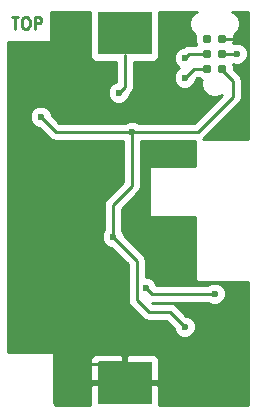
<source format=gtl>
G04 #@! TF.FileFunction,Copper,L1,Top,Signal*
%FSLAX46Y46*%
G04 Gerber Fmt 4.6, Leading zero omitted, Abs format (unit mm)*
G04 Created by KiCad (PCBNEW 4.0.7-e2-6376~61~ubuntu18.04.1) date Mon Jun  4 01:42:22 2018*
%MOMM*%
%LPD*%
G01*
G04 APERTURE LIST*
%ADD10C,0.100000*%
%ADD11C,0.250000*%
%ADD12R,4.600000X3.600000*%
%ADD13C,0.784860*%
%ADD14C,0.600000*%
%ADD15C,0.254000*%
G04 APERTURE END LIST*
D10*
D11*
X99655476Y-98512381D02*
X100226905Y-98512381D01*
X99941190Y-99512381D02*
X99941190Y-98512381D01*
X100750714Y-98512381D02*
X100941191Y-98512381D01*
X101036429Y-98560000D01*
X101131667Y-98655238D01*
X101179286Y-98845714D01*
X101179286Y-99179048D01*
X101131667Y-99369524D01*
X101036429Y-99464762D01*
X100941191Y-99512381D01*
X100750714Y-99512381D01*
X100655476Y-99464762D01*
X100560238Y-99369524D01*
X100512619Y-99179048D01*
X100512619Y-98845714D01*
X100560238Y-98655238D01*
X100655476Y-98560000D01*
X100750714Y-98512381D01*
X101607857Y-99512381D02*
X101607857Y-98512381D01*
X101988810Y-98512381D01*
X102084048Y-98560000D01*
X102131667Y-98607619D01*
X102179286Y-98702857D01*
X102179286Y-98845714D01*
X102131667Y-98940952D01*
X102084048Y-98988571D01*
X101988810Y-99036190D01*
X101607857Y-99036190D01*
D12*
X109220000Y-129481000D03*
X109220000Y-99881000D03*
D13*
X117475000Y-102870000D03*
X116205000Y-102870000D03*
X117475000Y-101600000D03*
X116205000Y-101600000D03*
X117475000Y-100330000D03*
X116205000Y-100330000D03*
D14*
X119253000Y-100457000D03*
X106807000Y-115824000D03*
X101727000Y-122235000D03*
X101346000Y-113792000D03*
X105029000Y-127889000D03*
X108712000Y-104902000D03*
X114300000Y-124714000D03*
X108204000Y-117094000D03*
X109855000Y-108204000D03*
X102108000Y-106934000D03*
X114300000Y-103632000D03*
X114300000Y-101981000D03*
X118745000Y-101600000D03*
X110998000Y-121412000D03*
X116840000Y-121920000D03*
D11*
X119126000Y-100330000D02*
X117475000Y-100330000D01*
X119253000Y-100457000D02*
X119126000Y-100330000D01*
X106680000Y-115951000D02*
X106680000Y-117602000D01*
X106807000Y-115824000D02*
X106680000Y-115951000D01*
X101346000Y-117729000D02*
X106807000Y-117729000D01*
X109220000Y-120142000D02*
X109220000Y-127681000D01*
X106807000Y-117729000D02*
X109220000Y-120142000D01*
X101346000Y-121854000D02*
X101346000Y-117729000D01*
X101346000Y-117729000D02*
X101346000Y-113792000D01*
X101727000Y-122235000D02*
X101346000Y-121854000D01*
X107142000Y-127681000D02*
X109220000Y-127681000D01*
X106426000Y-127889000D02*
X106934000Y-127889000D01*
X105029000Y-127889000D02*
X106426000Y-127889000D01*
X106934000Y-127889000D02*
X107142000Y-127681000D01*
X109220000Y-103886000D02*
X109220000Y-104394000D01*
X109220000Y-103886000D02*
X109220000Y-101681000D01*
X109220000Y-104394000D02*
X108712000Y-104902000D01*
X117475000Y-102870000D02*
X117475000Y-102997000D01*
X117475000Y-102997000D02*
X118364000Y-103886000D01*
X118364000Y-103886000D02*
X118364000Y-105283000D01*
X118364000Y-105283000D02*
X115443000Y-108204000D01*
X115443000Y-108204000D02*
X109855000Y-108204000D01*
X110236000Y-119126000D02*
X108204000Y-117094000D01*
X110236000Y-122428000D02*
X110236000Y-119126000D01*
X111252000Y-123444000D02*
X110236000Y-122428000D01*
X113030000Y-123444000D02*
X111252000Y-123444000D01*
X114300000Y-124714000D02*
X113030000Y-123444000D01*
X109855000Y-108204000D02*
X109855000Y-112776000D01*
X108204000Y-114427000D02*
X109855000Y-112776000D01*
X108204000Y-114427000D02*
X108204000Y-117094000D01*
X103378000Y-108204000D02*
X109855000Y-108204000D01*
X102108000Y-106934000D02*
X103378000Y-108204000D01*
X115062000Y-102870000D02*
X116205000Y-102870000D01*
X114300000Y-103632000D02*
X115062000Y-102870000D01*
X114681000Y-101600000D02*
X116205000Y-101600000D01*
X114300000Y-101981000D02*
X114681000Y-101600000D01*
X118745000Y-101600000D02*
X117475000Y-101600000D01*
X111506000Y-121920000D02*
X110998000Y-121412000D01*
X116840000Y-121920000D02*
X111506000Y-121920000D01*
D15*
G36*
X106272560Y-98081000D02*
X106272560Y-101681000D01*
X106316838Y-101916317D01*
X106455910Y-102132441D01*
X106668110Y-102277431D01*
X106920000Y-102328440D01*
X108460000Y-102328440D01*
X108460000Y-103994453D01*
X108183057Y-104108883D01*
X107919808Y-104371673D01*
X107777162Y-104715201D01*
X107776838Y-105087167D01*
X107918883Y-105430943D01*
X108181673Y-105694192D01*
X108525201Y-105836838D01*
X108897167Y-105837162D01*
X109240943Y-105695117D01*
X109504192Y-105432327D01*
X109646838Y-105088799D01*
X109646879Y-105041923D01*
X109757401Y-104931401D01*
X109859426Y-104778709D01*
X109922148Y-104684839D01*
X109980000Y-104394000D01*
X109980000Y-102328440D01*
X111520000Y-102328440D01*
X111755317Y-102284162D01*
X111971441Y-102145090D01*
X112116431Y-101932890D01*
X112167440Y-101681000D01*
X112167440Y-98081000D01*
X112160478Y-98044000D01*
X115329706Y-98044000D01*
X115186010Y-98103374D01*
X114868489Y-98420341D01*
X114696436Y-98834691D01*
X114696045Y-99283341D01*
X114867374Y-99697990D01*
X115184341Y-100015511D01*
X115217402Y-100029239D01*
X115177748Y-100124735D01*
X115177392Y-100533472D01*
X115304047Y-100840000D01*
X114681000Y-100840000D01*
X114390160Y-100897852D01*
X114168613Y-101045885D01*
X114114833Y-101045838D01*
X113771057Y-101187883D01*
X113507808Y-101450673D01*
X113365162Y-101794201D01*
X113364838Y-102166167D01*
X113506883Y-102509943D01*
X113769673Y-102773192D01*
X113849659Y-102806405D01*
X113771057Y-102838883D01*
X113507808Y-103101673D01*
X113365162Y-103445201D01*
X113364838Y-103817167D01*
X113506883Y-104160943D01*
X113769673Y-104424192D01*
X114113201Y-104566838D01*
X114485167Y-104567162D01*
X114828943Y-104425117D01*
X115092192Y-104162327D01*
X115234838Y-103818799D01*
X115234879Y-103771923D01*
X115376802Y-103630000D01*
X115511936Y-103630000D01*
X115622248Y-103740505D01*
X115759691Y-103797576D01*
X115711166Y-103914437D01*
X115710774Y-104363593D01*
X115882297Y-104778709D01*
X116199621Y-105096587D01*
X116614437Y-105268834D01*
X117063593Y-105269226D01*
X117471528Y-105100670D01*
X115128198Y-107444000D01*
X110417463Y-107444000D01*
X110385327Y-107411808D01*
X110041799Y-107269162D01*
X109669833Y-107268838D01*
X109326057Y-107410883D01*
X109292882Y-107444000D01*
X103692802Y-107444000D01*
X103043122Y-106794320D01*
X103043162Y-106748833D01*
X102901117Y-106405057D01*
X102638327Y-106141808D01*
X102294799Y-105999162D01*
X101922833Y-105998838D01*
X101579057Y-106140883D01*
X101315808Y-106403673D01*
X101173162Y-106747201D01*
X101172838Y-107119167D01*
X101314883Y-107462943D01*
X101577673Y-107726192D01*
X101921201Y-107868838D01*
X101968077Y-107868879D01*
X102840599Y-108741401D01*
X103087160Y-108906148D01*
X103378000Y-108964000D01*
X109095000Y-108964000D01*
X109095000Y-112461198D01*
X107666599Y-113889599D01*
X107501852Y-114136161D01*
X107444000Y-114427000D01*
X107444000Y-116531537D01*
X107411808Y-116563673D01*
X107269162Y-116907201D01*
X107268838Y-117279167D01*
X107410883Y-117622943D01*
X107673673Y-117886192D01*
X108017201Y-118028838D01*
X108064077Y-118028879D01*
X109476000Y-119440802D01*
X109476000Y-122428000D01*
X109533852Y-122718839D01*
X109698599Y-122965401D01*
X110714599Y-123981401D01*
X110961161Y-124146148D01*
X111252000Y-124204000D01*
X112715198Y-124204000D01*
X113364878Y-124853680D01*
X113364838Y-124899167D01*
X113506883Y-125242943D01*
X113769673Y-125506192D01*
X114113201Y-125648838D01*
X114485167Y-125649162D01*
X114828943Y-125507117D01*
X115092192Y-125244327D01*
X115234838Y-124900799D01*
X115235162Y-124528833D01*
X115093117Y-124185057D01*
X114830327Y-123921808D01*
X114486799Y-123779162D01*
X114439923Y-123779121D01*
X113567401Y-122906599D01*
X113320839Y-122741852D01*
X113030000Y-122684000D01*
X111566802Y-122684000D01*
X111562802Y-122680000D01*
X116277537Y-122680000D01*
X116309673Y-122712192D01*
X116653201Y-122854838D01*
X117025167Y-122855162D01*
X117368943Y-122713117D01*
X117632192Y-122450327D01*
X117774838Y-122106799D01*
X117775162Y-121734833D01*
X117633117Y-121391057D01*
X117370327Y-121127808D01*
X117026799Y-120985162D01*
X116654833Y-120984838D01*
X116311057Y-121126883D01*
X116277882Y-121160000D01*
X111905547Y-121160000D01*
X111791117Y-120883057D01*
X111528327Y-120619808D01*
X111184799Y-120477162D01*
X110996000Y-120476998D01*
X110996000Y-119126000D01*
X110938148Y-118835161D01*
X110773401Y-118588599D01*
X109139122Y-116954320D01*
X109139162Y-116908833D01*
X108997117Y-116565057D01*
X108964000Y-116531882D01*
X108964000Y-114741802D01*
X110392401Y-113313401D01*
X110557148Y-113066839D01*
X110615000Y-112776000D01*
X110615000Y-108964000D01*
X115189405Y-108964000D01*
X115189000Y-108966000D01*
X115189000Y-111125000D01*
X111379000Y-111125000D01*
X111332841Y-111133685D01*
X111290447Y-111160965D01*
X111262006Y-111202590D01*
X111252000Y-111252000D01*
X111252000Y-115316000D01*
X111260685Y-115362159D01*
X111287965Y-115404553D01*
X111329590Y-115432994D01*
X111379000Y-115443000D01*
X115189000Y-115443000D01*
X115189000Y-120777000D01*
X115197685Y-120823159D01*
X115224965Y-120865553D01*
X115266590Y-120893994D01*
X115316000Y-120904000D01*
X119686000Y-120904000D01*
X119686000Y-131318000D01*
X112155000Y-131318000D01*
X112155000Y-129766750D01*
X111996250Y-129608000D01*
X109347000Y-129608000D01*
X109347000Y-129628000D01*
X109093000Y-129628000D01*
X109093000Y-129608000D01*
X106443750Y-129608000D01*
X106285000Y-129766750D01*
X106285000Y-131318000D01*
X103315339Y-131318000D01*
X103251000Y-130994548D01*
X103251000Y-127554691D01*
X106285000Y-127554691D01*
X106285000Y-129195250D01*
X106443750Y-129354000D01*
X109093000Y-129354000D01*
X109093000Y-127204750D01*
X109347000Y-127204750D01*
X109347000Y-129354000D01*
X111996250Y-129354000D01*
X112155000Y-129195250D01*
X112155000Y-127554691D01*
X112058327Y-127321302D01*
X111879699Y-127142673D01*
X111646310Y-127046000D01*
X109505750Y-127046000D01*
X109347000Y-127204750D01*
X109093000Y-127204750D01*
X108934250Y-127046000D01*
X106793690Y-127046000D01*
X106560301Y-127142673D01*
X106381673Y-127321302D01*
X106285000Y-127554691D01*
X103251000Y-127554691D01*
X103251000Y-127000000D01*
X103240994Y-126950590D01*
X103212553Y-126908965D01*
X103170159Y-126881685D01*
X103124000Y-126873000D01*
X99314000Y-126873000D01*
X99314000Y-100620000D01*
X103004762Y-100620000D01*
X103004762Y-98044000D01*
X106280053Y-98044000D01*
X106272560Y-98081000D01*
X106272560Y-98081000D01*
G37*
X106272560Y-98081000D02*
X106272560Y-101681000D01*
X106316838Y-101916317D01*
X106455910Y-102132441D01*
X106668110Y-102277431D01*
X106920000Y-102328440D01*
X108460000Y-102328440D01*
X108460000Y-103994453D01*
X108183057Y-104108883D01*
X107919808Y-104371673D01*
X107777162Y-104715201D01*
X107776838Y-105087167D01*
X107918883Y-105430943D01*
X108181673Y-105694192D01*
X108525201Y-105836838D01*
X108897167Y-105837162D01*
X109240943Y-105695117D01*
X109504192Y-105432327D01*
X109646838Y-105088799D01*
X109646879Y-105041923D01*
X109757401Y-104931401D01*
X109859426Y-104778709D01*
X109922148Y-104684839D01*
X109980000Y-104394000D01*
X109980000Y-102328440D01*
X111520000Y-102328440D01*
X111755317Y-102284162D01*
X111971441Y-102145090D01*
X112116431Y-101932890D01*
X112167440Y-101681000D01*
X112167440Y-98081000D01*
X112160478Y-98044000D01*
X115329706Y-98044000D01*
X115186010Y-98103374D01*
X114868489Y-98420341D01*
X114696436Y-98834691D01*
X114696045Y-99283341D01*
X114867374Y-99697990D01*
X115184341Y-100015511D01*
X115217402Y-100029239D01*
X115177748Y-100124735D01*
X115177392Y-100533472D01*
X115304047Y-100840000D01*
X114681000Y-100840000D01*
X114390160Y-100897852D01*
X114168613Y-101045885D01*
X114114833Y-101045838D01*
X113771057Y-101187883D01*
X113507808Y-101450673D01*
X113365162Y-101794201D01*
X113364838Y-102166167D01*
X113506883Y-102509943D01*
X113769673Y-102773192D01*
X113849659Y-102806405D01*
X113771057Y-102838883D01*
X113507808Y-103101673D01*
X113365162Y-103445201D01*
X113364838Y-103817167D01*
X113506883Y-104160943D01*
X113769673Y-104424192D01*
X114113201Y-104566838D01*
X114485167Y-104567162D01*
X114828943Y-104425117D01*
X115092192Y-104162327D01*
X115234838Y-103818799D01*
X115234879Y-103771923D01*
X115376802Y-103630000D01*
X115511936Y-103630000D01*
X115622248Y-103740505D01*
X115759691Y-103797576D01*
X115711166Y-103914437D01*
X115710774Y-104363593D01*
X115882297Y-104778709D01*
X116199621Y-105096587D01*
X116614437Y-105268834D01*
X117063593Y-105269226D01*
X117471528Y-105100670D01*
X115128198Y-107444000D01*
X110417463Y-107444000D01*
X110385327Y-107411808D01*
X110041799Y-107269162D01*
X109669833Y-107268838D01*
X109326057Y-107410883D01*
X109292882Y-107444000D01*
X103692802Y-107444000D01*
X103043122Y-106794320D01*
X103043162Y-106748833D01*
X102901117Y-106405057D01*
X102638327Y-106141808D01*
X102294799Y-105999162D01*
X101922833Y-105998838D01*
X101579057Y-106140883D01*
X101315808Y-106403673D01*
X101173162Y-106747201D01*
X101172838Y-107119167D01*
X101314883Y-107462943D01*
X101577673Y-107726192D01*
X101921201Y-107868838D01*
X101968077Y-107868879D01*
X102840599Y-108741401D01*
X103087160Y-108906148D01*
X103378000Y-108964000D01*
X109095000Y-108964000D01*
X109095000Y-112461198D01*
X107666599Y-113889599D01*
X107501852Y-114136161D01*
X107444000Y-114427000D01*
X107444000Y-116531537D01*
X107411808Y-116563673D01*
X107269162Y-116907201D01*
X107268838Y-117279167D01*
X107410883Y-117622943D01*
X107673673Y-117886192D01*
X108017201Y-118028838D01*
X108064077Y-118028879D01*
X109476000Y-119440802D01*
X109476000Y-122428000D01*
X109533852Y-122718839D01*
X109698599Y-122965401D01*
X110714599Y-123981401D01*
X110961161Y-124146148D01*
X111252000Y-124204000D01*
X112715198Y-124204000D01*
X113364878Y-124853680D01*
X113364838Y-124899167D01*
X113506883Y-125242943D01*
X113769673Y-125506192D01*
X114113201Y-125648838D01*
X114485167Y-125649162D01*
X114828943Y-125507117D01*
X115092192Y-125244327D01*
X115234838Y-124900799D01*
X115235162Y-124528833D01*
X115093117Y-124185057D01*
X114830327Y-123921808D01*
X114486799Y-123779162D01*
X114439923Y-123779121D01*
X113567401Y-122906599D01*
X113320839Y-122741852D01*
X113030000Y-122684000D01*
X111566802Y-122684000D01*
X111562802Y-122680000D01*
X116277537Y-122680000D01*
X116309673Y-122712192D01*
X116653201Y-122854838D01*
X117025167Y-122855162D01*
X117368943Y-122713117D01*
X117632192Y-122450327D01*
X117774838Y-122106799D01*
X117775162Y-121734833D01*
X117633117Y-121391057D01*
X117370327Y-121127808D01*
X117026799Y-120985162D01*
X116654833Y-120984838D01*
X116311057Y-121126883D01*
X116277882Y-121160000D01*
X111905547Y-121160000D01*
X111791117Y-120883057D01*
X111528327Y-120619808D01*
X111184799Y-120477162D01*
X110996000Y-120476998D01*
X110996000Y-119126000D01*
X110938148Y-118835161D01*
X110773401Y-118588599D01*
X109139122Y-116954320D01*
X109139162Y-116908833D01*
X108997117Y-116565057D01*
X108964000Y-116531882D01*
X108964000Y-114741802D01*
X110392401Y-113313401D01*
X110557148Y-113066839D01*
X110615000Y-112776000D01*
X110615000Y-108964000D01*
X115189405Y-108964000D01*
X115189000Y-108966000D01*
X115189000Y-111125000D01*
X111379000Y-111125000D01*
X111332841Y-111133685D01*
X111290447Y-111160965D01*
X111262006Y-111202590D01*
X111252000Y-111252000D01*
X111252000Y-115316000D01*
X111260685Y-115362159D01*
X111287965Y-115404553D01*
X111329590Y-115432994D01*
X111379000Y-115443000D01*
X115189000Y-115443000D01*
X115189000Y-120777000D01*
X115197685Y-120823159D01*
X115224965Y-120865553D01*
X115266590Y-120893994D01*
X115316000Y-120904000D01*
X119686000Y-120904000D01*
X119686000Y-131318000D01*
X112155000Y-131318000D01*
X112155000Y-129766750D01*
X111996250Y-129608000D01*
X109347000Y-129608000D01*
X109347000Y-129628000D01*
X109093000Y-129628000D01*
X109093000Y-129608000D01*
X106443750Y-129608000D01*
X106285000Y-129766750D01*
X106285000Y-131318000D01*
X103315339Y-131318000D01*
X103251000Y-130994548D01*
X103251000Y-127554691D01*
X106285000Y-127554691D01*
X106285000Y-129195250D01*
X106443750Y-129354000D01*
X109093000Y-129354000D01*
X109093000Y-127204750D01*
X109347000Y-127204750D01*
X109347000Y-129354000D01*
X111996250Y-129354000D01*
X112155000Y-129195250D01*
X112155000Y-127554691D01*
X112058327Y-127321302D01*
X111879699Y-127142673D01*
X111646310Y-127046000D01*
X109505750Y-127046000D01*
X109347000Y-127204750D01*
X109093000Y-127204750D01*
X108934250Y-127046000D01*
X106793690Y-127046000D01*
X106560301Y-127142673D01*
X106381673Y-127321302D01*
X106285000Y-127554691D01*
X103251000Y-127554691D01*
X103251000Y-127000000D01*
X103240994Y-126950590D01*
X103212553Y-126908965D01*
X103170159Y-126881685D01*
X103124000Y-126873000D01*
X99314000Y-126873000D01*
X99314000Y-100620000D01*
X103004762Y-100620000D01*
X103004762Y-98044000D01*
X106280053Y-98044000D01*
X106272560Y-98081000D01*
G36*
X119686000Y-108839000D02*
X115834333Y-108839000D01*
X115980401Y-108741401D01*
X118901401Y-105820401D01*
X119066148Y-105573839D01*
X119124000Y-105283000D01*
X119124000Y-103886000D01*
X119066148Y-103595161D01*
X118901401Y-103348599D01*
X118502361Y-102949559D01*
X118502608Y-102666528D01*
X118425412Y-102479699D01*
X118558201Y-102534838D01*
X118930167Y-102535162D01*
X119273943Y-102393117D01*
X119537192Y-102130327D01*
X119679838Y-101786799D01*
X119680162Y-101414833D01*
X119538117Y-101071057D01*
X119275327Y-100807808D01*
X118931799Y-100665162D01*
X118559833Y-100664838D01*
X118429283Y-100718780D01*
X118515749Y-100449253D01*
X118482163Y-100041899D01*
X118474953Y-100024492D01*
X118493990Y-100016626D01*
X118811511Y-99699659D01*
X118983564Y-99285309D01*
X118983955Y-98836659D01*
X118812626Y-98422010D01*
X118495659Y-98104489D01*
X118349985Y-98044000D01*
X119686000Y-98044000D01*
X119686000Y-108839000D01*
X119686000Y-108839000D01*
G37*
X119686000Y-108839000D02*
X115834333Y-108839000D01*
X115980401Y-108741401D01*
X118901401Y-105820401D01*
X119066148Y-105573839D01*
X119124000Y-105283000D01*
X119124000Y-103886000D01*
X119066148Y-103595161D01*
X118901401Y-103348599D01*
X118502361Y-102949559D01*
X118502608Y-102666528D01*
X118425412Y-102479699D01*
X118558201Y-102534838D01*
X118930167Y-102535162D01*
X119273943Y-102393117D01*
X119537192Y-102130327D01*
X119679838Y-101786799D01*
X119680162Y-101414833D01*
X119538117Y-101071057D01*
X119275327Y-100807808D01*
X118931799Y-100665162D01*
X118559833Y-100664838D01*
X118429283Y-100718780D01*
X118515749Y-100449253D01*
X118482163Y-100041899D01*
X118474953Y-100024492D01*
X118493990Y-100016626D01*
X118811511Y-99699659D01*
X118983564Y-99285309D01*
X118983955Y-98836659D01*
X118812626Y-98422010D01*
X118495659Y-98104489D01*
X118349985Y-98044000D01*
X119686000Y-98044000D01*
X119686000Y-108839000D01*
G36*
X117668748Y-100315858D02*
X117654605Y-100330000D01*
X117668748Y-100344142D01*
X117489143Y-100523748D01*
X117475000Y-100509605D01*
X117460858Y-100523748D01*
X117281253Y-100344143D01*
X117295395Y-100330000D01*
X117281253Y-100315858D01*
X117460858Y-100136253D01*
X117475000Y-100150395D01*
X117489143Y-100136253D01*
X117668748Y-100315858D01*
X117668748Y-100315858D01*
G37*
X117668748Y-100315858D02*
X117654605Y-100330000D01*
X117668748Y-100344142D01*
X117489143Y-100523748D01*
X117475000Y-100509605D01*
X117460858Y-100523748D01*
X117281253Y-100344143D01*
X117295395Y-100330000D01*
X117281253Y-100315858D01*
X117460858Y-100136253D01*
X117475000Y-100150395D01*
X117489143Y-100136253D01*
X117668748Y-100315858D01*
M02*

</source>
